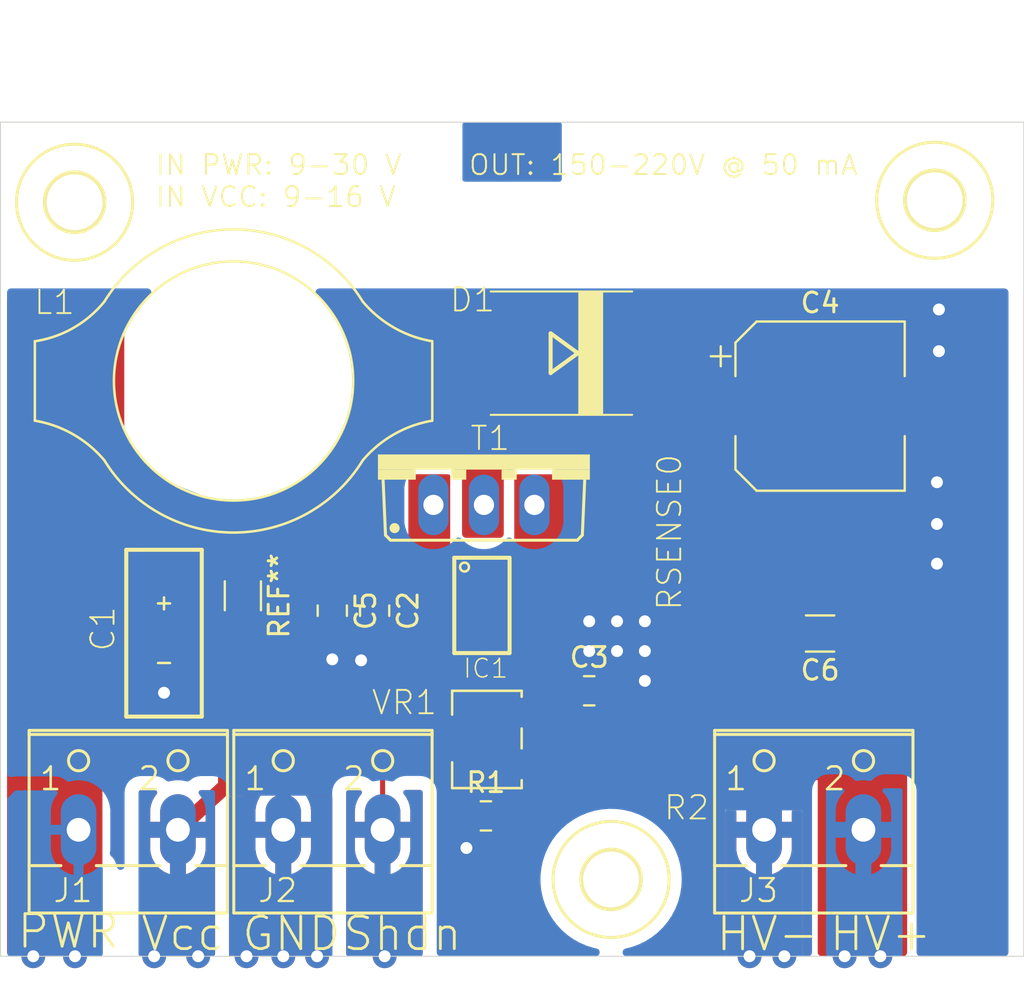
<source format=kicad_pcb>
(kicad_pcb (version 20240108) (generator "pcbnew") (generator_version "8.0")
  (layers (0 "F.Cu" signal) (31 "B.Cu" signal) (34 "B.Paste" user) (35 "F.Paste" user) (36 "B.SilkS" user "B.Silkscreen") (37 "F.SilkS" user "F.Silkscreen") (38 "B.Mask" user) (39 "F.Mask" user) (44 "Edge.Cuts" user))
  (net 0 "")
  (net 1 "PWR")
  (net 2 "VCC")
  (net 3 "VOUT")
  (net 4 "N$8")
  (net 5 "EXT")
  (net 6 "SHDN")
  (net 7 "N$15")
  (net 8 "N$17")
  (net 9 "DGND")
  (net 10 "N$3")
  (net 11 "N$2")
  (footprint "SCREW-2-02" (layer "F.Cu") (at 163.6811 119.6336)
    (property "Reference" "J3" (at -3.8462 3.7338 0) (layer "F.SilkS") (effects (font (size 1.1557 1.1557) (thickness 0.1143)) (justify left bottom)))
    (property "Value" "")
    (fp_line (start -4.989 -4.801) (end -4.989 -5.004) (stroke (width 0.1524)) (layer "F.SilkS"))
    (fp_line (start -4.989 -4.801) (end 4.993 -4.801) (stroke (width 0.1524)) (layer "F.SilkS"))
    (fp_line (start -4.989 1.803) (end -4.989 -4.801) (stroke (width 0.1524)) (layer "F.SilkS"))
    (fp_line (start -4.989 1.803) (end -3.389 1.803) (stroke (width 0.1524)) (layer "F.SilkS"))
    (fp_line (start -4.989 4.191) (end -4.989 1.803) (stroke (width 0.1524)) (layer "F.SilkS"))
    (fp_line (start -4.989 4.191) (end 4.993 4.191) (stroke (width 0.1524)) (layer "F.SilkS"))
    (fp_line (start -1.611 1.803) (end 1.615 1.803) (stroke (width 0.1524)) (layer "F.SilkS"))
    (fp_line (start 3.393 1.803) (end 4.993 1.803) (stroke (width 0.1524)) (layer "F.SilkS"))
    (fp_line (start 4.993 -5.004) (end -4.989 -5.004) (stroke (width 0.1524)) (layer "F.SilkS"))
    (fp_line (start 4.993 -5.004) (end 4.993 -4.801) (stroke (width 0.1524)) (layer "F.SilkS"))
    (fp_line (start 4.993 -4.801) (end 4.993 1.803) (stroke (width 0.1524)) (layer "F.SilkS"))
    (fp_line (start 4.993 1.803) (end 4.993 4.191) (stroke (width 0.1524)) (layer "F.SilkS"))
    (fp_circle (center -2.5 -3.4798) (end -1.992 -3.4798) (stroke (width 0.1524)) (fill none) (layer "F.SilkS"))
    (fp_circle (center 2.5038 -3.4798) (end 3.0118 -3.4798) (stroke (width 0.1524)) (fill none) (layer "F.SilkS"))
    (fp_text user "1" (at -4.532 -1.905 0) (layer "F.SilkS") (effects (font (size 1.143 1.143) (thickness 0.127)) (justify left bottom)))
    (fp_text user "2" (at 0.421 -1.905 0) (layer "F.SilkS") (effects (font (size 1.143 1.143) (thickness 0.127)) (justify left bottom)))
    (pad "1" thru_hole oval (at -2.5 0 90) (size 3.5814 1.7907) (drill 1.1938) (layers "*.Cu" "*.Mask") (net 9 "DGND"))
    (pad "2" thru_hole oval (at 2.5 0 90) (size 3.5814 1.7907) (drill 1.1938) (layers "*.Cu" "*.Mask") (net 3 "VOUT"))
  )
  (footprint "C-EIA-7343" (layer "F.Cu") (at 130.9811 109.7336 -90)
    (property "Reference" "C1" (at 0.994 2.392 90) (layer "F.SilkS") (effects (font (size 1.176528 1.176528) (thickness 0.093472)) (justify left bottom)))
    (property "Value" "100uF,35V")
    (fp_line (start -4.2 1.9) (end 4.2 1.9) (stroke (width 0.2032)) (layer "F.SilkS"))
    (fp_line (start 1.5 0.3) (end 1.5 -0.3) (stroke (width 0.127)) (layer "F.SilkS"))
    (fp_line (start -1.8 0) (end -1.2 0) (stroke (width 0.127)) (layer "F.SilkS"))
    (fp_line (start -1.5 -0.3) (end -1.5 0.3) (stroke (width 0.127)) (layer "F.SilkS"))
    (fp_line (start -4.2 -1.9) (end -4.2 1.9) (stroke (width 0.2032)) (layer "F.SilkS"))
    (fp_line (start -4.2 -1.9) (end 4.2 -1.9) (stroke (width 0.2032)) (layer "F.SilkS"))
    (fp_line (start 4.2 -1.9) (end 4.2 1.9) (stroke (width 0.2032)) (layer "F.SilkS"))
    (pad "+" smd rect (at -3 0 270) (size 2 3) (layers "F.Cu" "F.Paste" "F.Mask") (net 1 "PWR"))
    (pad "-" smd rect (at 3 0 270) (size 2 3) (layers "F.Cu" "F.Paste" "F.Mask") (net 9 "DGND"))
  )
  (footprint "SMC" (layer "F.Cu") (at 150.9811 95.6336 180)
    (property "Reference" "D1" (at 5.685 2.001 0) (layer "F.SilkS") (effects (font (size 1.176528 1.176528) (thickness 0.093472)) (justify left bottom)))
    (property "Value" "ES2F")
    (fp_line (start 0.543 1) (end 0.543 -1) (stroke (width 0.2032)) (layer "F.SilkS"))
    (fp_line (start 0.543 -1) (end -0.83 0) (stroke (width 0.2032)) (layer "F.SilkS"))
    (fp_line (start -0.83 0) (end 0.543 1) (stroke (width 0.2032)) (layer "F.SilkS"))
    (fp_line (start -3.5606 3.105) (end 3.5606 3.105) (stroke (width 0.1016)) (layer "F.SilkS"))
    (fp_line (start -3.5606 -3.105) (end 3.5606 -3.105) (stroke (width 0.1016)) (layer "F.SilkS"))
    (fp_poly (pts (xy -2.1 3.1) (xy -0.85 3.1) (xy -0.85 -3.1) (xy -2.1 -3.1)) (fill solid) (layer "F.SilkS"))
    (pad "A" smd rect (at 3.7 0 180) (size 2.8 3.8) (layers "F.Cu" "F.Paste" "F.Mask") (net 7 "N$15"))
    (pad "C" smd rect (at -3.7 0 180) (size 2.8 3.8) (layers "F.Cu" "F.Paste" "F.Mask") (net 3 "VOUT"))
  )
  (footprint "L-B82479" (layer "F.Cu") (at 134.4811 97.0336)
    (property "Reference" "L1" (at -10.112 -3.27 0) (layer "F.SilkS") (effects (font (size 1.176528 1.176528) (thickness 0.093472)) (justify left bottom)))
    (property "Value" "100uH")
    (fp_line (start -10 -2) (end -10 2) (stroke (width 0.127)) (layer "F.SilkS"))
    (fp_line (start 10 2) (end 10 -2) (stroke (width 0.127)) (layer "F.SilkS"))
    (fp_arc (start -10 2) (mid -8.071649 2.687886) (end -6.5 3.999999) (stroke (width 0.127)) (layer "F.SilkS"))
    (fp_arc (start -6.5 -4) (mid -8.062399 -2.671698) (end -10 -2) (stroke (width 0.127)) (layer "F.SilkS"))
    (fp_arc (start -6.5 -4) (mid 0 -7.632169) (end 6.5 -4) (stroke (width 0.127)) (layer "F.SilkS"))
    (fp_arc (start 6.5 4) (mid 0 7.632169) (end -6.5 4) (stroke (width 0.127)) (layer "F.SilkS"))
    (fp_arc (start 6.5 4) (mid 8.071647 2.687882) (end 9.999999 2) (stroke (width 0.127)) (layer "F.SilkS"))
    (fp_arc (start 9.999999 -2) (mid 8.071652 -2.68789) (end 6.5 -4) (stroke (width 0.127)) (layer "F.SilkS"))
    (fp_circle (center 0 0) (end 6.0207 0) (stroke (width 0.127)) (fill none) (layer "F.SilkS"))
    (pad "P$1" smd rect (at -8 0) (size 3.5 3) (layers "F.Cu" "F.Paste" "F.Mask") (net 1 "PWR"))
    (pad "P$2" smd rect (at 8 0) (size 3.5 3) (layers "F.Cu" "F.Paste" "F.Mask") (net 7 "N$15"))
  )
  (footprint "Capacitor_SMD:C_1206_3216Metric" (layer "F.Cu") (at 164 109.75 180)
    (property "Reference" "C6" (at 0 -1.85 180) (layer "F.SilkS"))
    (property "Value" "100n,250V")
    (fp_line (start -0.711252 0.91) (end 0.711252 0.91) (stroke (width 0.12)) (layer "F.SilkS"))
    (fp_line (start -0.711252 -0.91) (end 0.711252 -0.91) (stroke (width 0.12)) (layer "F.SilkS"))
    (pad "1" smd roundrect (at -1.475 0 180) (size 1.15 1.8) (layers "F.Cu" "F.Paste" "F.Mask") (roundrect_rratio 0.217391) (net 9 "DGND"))
    (pad "2" smd roundrect (at 1.475 0 180) (size 1.15 1.8) (layers "F.Cu" "F.Paste" "F.Mask") (roundrect_rratio 0.217391) (net 3 "VOUT"))
  )
  (footprint "Capacitor_SMD:C_0805_2012Metric" (layer "F.Cu") (at 139.45 108.6 -90)
    (property "Reference" "C5" (at 0 -1.68 -90) (layer "F.SilkS"))
    (property "Value" "10uF,25V")
    (fp_line (start -0.261252 0.735) (end 0.261252 0.735) (stroke (width 0.12)) (layer "F.SilkS"))
    (fp_line (start -0.261252 -0.735) (end 0.261252 -0.735) (stroke (width 0.12)) (layer "F.SilkS"))
    (pad "1" smd roundrect (at -0.95 0 270) (size 1 1.45) (layers "F.Cu" "F.Paste" "F.Mask") (net 2 "VCC"))
    (pad "2" smd roundrect (at 0.95 0 270) (size 1 1.45) (layers "F.Cu" "F.Paste" "F.Mask") (net 9 "DGND"))
  )
  (footprint "SCREW-2-02" (layer "F.Cu") (at 129.1811 119.6336)
    (property "Reference" "J1" (at -3.8462 3.7338 0) (layer "F.SilkS") (effects (font (size 1.1557 1.1557) (thickness 0.1143)) (justify left bottom)))
    (property "Value" "")
    (fp_line (start -4.989 -4.801) (end -4.989 -5.004) (stroke (width 0.1524)) (layer "F.SilkS"))
    (fp_line (start -4.989 -4.801) (end 4.993 -4.801) (stroke (width 0.1524)) (layer "F.SilkS"))
    (fp_line (start -4.989 1.803) (end -4.989 -4.801) (stroke (width 0.1524)) (layer "F.SilkS"))
    (fp_line (start -4.989 1.803) (end -3.389 1.803) (stroke (width 0.1524)) (layer "F.SilkS"))
    (fp_line (start -4.989 4.191) (end -4.989 1.803) (stroke (width 0.1524)) (layer "F.SilkS"))
    (fp_line (start -4.989 4.191) (end 4.993 4.191) (stroke (width 0.1524)) (layer "F.SilkS"))
    (fp_line (start -1.611 1.803) (end 1.615 1.803) (stroke (width 0.1524)) (layer "F.SilkS"))
    (fp_line (start 3.393 1.803) (end 4.993 1.803) (stroke (width 0.1524)) (layer "F.SilkS"))
    (fp_line (start 4.993 -5.004) (end -4.989 -5.004) (stroke (width 0.1524)) (layer "F.SilkS"))
    (fp_line (start 4.993 -5.004) (end 4.993 -4.801) (stroke (width 0.1524)) (layer "F.SilkS"))
    (fp_line (start 4.993 -4.801) (end 4.993 1.803) (stroke (width 0.1524)) (layer "F.SilkS"))
    (fp_line (start 4.993 1.803) (end 4.993 4.191) (stroke (width 0.1524)) (layer "F.SilkS"))
    (fp_circle (center -2.5 -3.4798) (end -1.992 -3.4798) (stroke (width 0.1524)) (fill none) (layer "F.SilkS"))
    (fp_circle (center 2.5038 -3.4798) (end 3.0118 -3.4798) (stroke (width 0.1524)) (fill none) (layer "F.SilkS"))
    (fp_text user "1" (at -4.532 -1.905 0) (layer "F.SilkS") (effects (font (size 1.143 1.143) (thickness 0.127)) (justify left bottom)))
    (fp_text user "2" (at 0.421 -1.905 0) (layer "F.SilkS") (effects (font (size 1.143 1.143) (thickness 0.127)) (justify left bottom)))
    (pad "1" thru_hole oval (at -2.5 0 90) (size 3.5814 1.7907) (drill 1.1938) (layers "*.Cu" "*.Mask") (net 1 "PWR"))
    (pad "2" thru_hole oval (at 2.5 0 90) (size 3.5814 1.7907) (drill 1.1938) (layers "*.Cu" "*.Mask") (net 2 "VCC"))
  )
  (footprint "SCREW-2-02" (layer "F.Cu") (at 139.4811 119.6336)
    (property "Reference" "J2" (at -3.8462 3.7338 0) (layer "F.SilkS") (effects (font (size 1.1557 1.1557) (thickness 0.1143)) (justify left bottom)))
    (property "Value" "")
    (fp_line (start -4.989 -4.801) (end -4.989 -5.004) (stroke (width 0.1524)) (layer "F.SilkS"))
    (fp_line (start -4.989 -4.801) (end 4.993 -4.801) (stroke (width 0.1524)) (layer "F.SilkS"))
    (fp_line (start -4.989 1.803) (end -4.989 -4.801) (stroke (width 0.1524)) (layer "F.SilkS"))
    (fp_line (start -4.989 1.803) (end -3.389 1.803) (stroke (width 0.1524)) (layer "F.SilkS"))
    (fp_line (start -4.989 4.191) (end -4.989 1.803) (stroke (width 0.1524)) (layer "F.SilkS"))
    (fp_line (start -4.989 4.191) (end 4.993 4.191) (stroke (width 0.1524)) (layer "F.SilkS"))
    (fp_line (start -1.611 1.803) (end 1.615 1.803) (stroke (width 0.1524)) (layer "F.SilkS"))
    (fp_line (start 3.393 1.803) (end 4.993 1.803) (stroke (width 0.1524)) (layer "F.SilkS"))
    (fp_line (start 4.993 -5.004) (end -4.989 -5.004) (stroke (width 0.1524)) (layer "F.SilkS"))
    (fp_line (start 4.993 -5.004) (end 4.993 -4.801) (stroke (width 0.1524)) (layer "F.SilkS"))
    (fp_line (start 4.993 -4.801) (end 4.993 1.803) (stroke (width 0.1524)) (layer "F.SilkS"))
    (fp_line (start 4.993 1.803) (end 4.993 4.191) (stroke (width 0.1524)) (layer "F.SilkS"))
    (fp_circle (center -2.5 -3.4798) (end -1.992 -3.4798) (stroke (width 0.1524)) (fill none) (layer "F.SilkS"))
    (fp_circle (center 2.5038 -3.4798) (end 3.0118 -3.4798) (stroke (width 0.1524)) (fill none) (layer "F.SilkS"))
    (fp_text user "1" (at -4.532 -1.905 0) (layer "F.SilkS") (effects (font (size 1.143 1.143) (thickness 0.127)) (justify left bottom)))
    (fp_text user "2" (at 0.421 -1.905 0) (layer "F.SilkS") (effects (font (size 1.143 1.143) (thickness 0.127)) (justify left bottom)))
    (pad "1" thru_hole oval (at -2.5 0 90) (size 3.5814 1.7907) (drill 1.1938) (layers "*.Cu" "*.Mask") (net 9 "DGND"))
    (pad "2" thru_hole oval (at 2.5 0 90) (size 3.5814 1.7907) (drill 1.1938) (layers "*.Cu" "*.Mask") (net 6 "SHDN"))
  )
  (footprint "2,8" (layer "F.Cu") (at 153.4811 122.1336)
    (property "Reference" "U$4" (hide yes))
    (property "Value" "" (hide yes))
    (fp_circle (center 0 0) (end 1.5 0) (stroke (width 0.2032)) (fill none) (layer "F.SilkS"))
    (fp_circle (center 0 0) (end 2.921 0) (stroke (width 0.1524)) (fill none) (layer "F.SilkS"))
    (pad "" np_thru_hole circle (at 0 0) (size 2.8 2.8) (drill 2.8) (layers "*.Cu" "*.Mask"))
    (zone (net 0) (net_name "") (layer "F.Cu") (connect_pads (clearance 0)) (min_thickness 0.25)
      (keepout (tracks not_allowed) (vias not_allowed) (pads not_allowed) (copperpour not_allowed) (footprints allowed))
      (fill (thermal_gap 0.5) (thermal_bridge_width 0.5))
      (polygon (pts (xy 157.0371 122.1336) (xy 157.016955 121.75562) (xy 156.956746 121.381923) (xy 156.857158 121.016743) (xy 156.719317 120.664217) (xy 156.544786 120.32834) (xy 156.335543 120.012918) (xy 156.093957 119.721523) (xy 155.822766 119.457458) (xy 155.525044 119.223715) (xy 155.204163 119.022942) (xy 154.863759 118.857415) (xy 154.507689 118.729007) (xy 154.139987 118.639175) (xy 153.764819 118.588937) (xy 153.386437 118.57886) (xy 153.009128 118.609061) (xy 152.637166 118.679195) (xy 152.274767 118.78847) (xy 151.926035 118.935646) (xy 151.594923 119.119056) (xy 151.285182 119.336623) (xy 151.000322 119.58588) (xy 150.74357 119.864004) (xy 150.517836 120.167843) (xy 150.325676 120.493955) (xy 150.169269 120.838645) (xy 150.050385 121.198007) (xy 149.970374 121.56797) (xy 149.93014 121.944342) (xy 149.93014 122.322858) (xy 149.970374 122.69923) (xy 150.050385 123.069193) (xy 150.169269 123.428555) (xy 150.325676 123.773245) (xy 150.517836 124.099357) (xy 150.74357 124.403196) (xy 151.000322 124.68132) (xy 151.285182 124.930577) (xy 151.594923 125.148144) (xy 151.926035 125.331554) (xy 152.274767 125.47873) (xy 152.637166 125.588005) (xy 153.009128 125.658139) (xy 153.386437 125.68834) (xy 153.764819 125.678263) (xy 154.139987 125.628025) (xy 154.507689 125.538193) (xy 154.863759 125.409785) (xy 155.204163 125.244258) (xy 155.525044 125.043485) (xy 155.822766 124.809742) (xy 156.093957 124.545677) (xy 156.335543 124.254282) (xy 156.544786 123.93886) (xy 156.719317 123.602983) (xy 156.857158 123.250457) (xy 156.956746 122.885277) (xy 157.016955 122.51158)))
      (polygon (pts (xy 155.0051 122.1336) (xy 154.985365 121.889133) (xy 154.92667 121.650998) (xy 154.830535 121.425362) (xy 154.699451 121.218069) (xy 154.536812 121.034487) (xy 154.346831 120.879373) (xy 154.134427 120.756742) (xy 153.905103 120.66977) (xy 153.664798 120.620712) (xy 153.419735 120.610836) (xy 153.176261 120.640399) (xy 152.940682 120.708635) (xy 152.7191 120.813777) (xy 152.517253 120.953102) (xy 152.34037 121.123001) (xy 152.19303 121.319074) (xy 152.079051 121.536243) (xy 152.001385 121.768883) (xy 151.962042 122.010969) (xy 151.962042 122.256231) (xy 152.001385 122.498317) (xy 152.079051 122.730957) (xy 152.19303 122.948126) (xy 152.34037 123.144199) (xy 152.517253 123.314098) (xy 152.7191 123.453423) (xy 152.940682 123.558565) (xy 153.176261 123.626801) (xy 153.419735 123.656364) (xy 153.664798 123.646488) (xy 153.905103 123.59743) (xy 154.134427 123.510458) (xy 154.346831 123.387827) (xy 154.536812 123.232713) (xy 154.699451 123.049131) (xy 154.830535 122.841838) (xy 154.92667 122.616202) (xy 154.985365 122.378067)))
    )
    (zone (net 0) (net_name "") (layer "B.Cu") (connect_pads (clearance 0)) (min_thickness 0.25)
      (keepout (tracks not_allowed) (vias not_allowed) (pads not_allowed) (copperpour not_allowed) (footprints allowed))
      (fill (thermal_gap 0.5) (thermal_bridge_width 0.5))
      (polygon (pts (xy 157.0371 122.1336) (xy 157.016955 121.75562) (xy 156.956746 121.381923) (xy 156.857158 121.016743) (xy 156.719317 120.664217) (xy 156.544786 120.32834) (xy 156.335543 120.012918) (xy 156.093957 119.721523) (xy 155.822766 119.457458) (xy 155.525044 119.223715) (xy 155.204163 119.022942) (xy 154.863759 118.857415) (xy 154.507689 118.729007) (xy 154.139987 118.639175) (xy 153.764819 118.588937) (xy 153.386437 118.57886) (xy 153.009128 118.609061) (xy 152.637166 118.679195) (xy 152.274767 118.78847) (xy 151.926035 118.935646) (xy 151.594923 119.119056) (xy 151.285182 119.336623) (xy 151.000322 119.58588) (xy 150.74357 119.864004) (xy 150.517836 120.167843) (xy 150.325676 120.493955) (xy 150.169269 120.838645) (xy 150.050385 121.198007) (xy 149.970374 121.56797) (xy 149.93014 121.944342) (xy 149.93014 122.322858) (xy 149.970374 122.69923) (xy 150.050385 123.069193) (xy 150.169269 123.428555) (xy 150.325676 123.773245) (xy 150.517836 124.099357) (xy 150.74357 124.403196) (xy 151.000322 124.68132) (xy 151.285182 124.930577) (xy 151.594923 125.148144) (xy 151.926035 125.331554) (xy 152.274767 125.47873) (xy 152.637166 125.588005) (xy 153.009128 125.658139) (xy 153.386437 125.68834) (xy 153.764819 125.678263) (xy 154.139987 125.628025) (xy 154.507689 125.538193) (xy 154.863759 125.409785) (xy 155.204163 125.244258) (xy 155.525044 125.043485) (xy 155.822766 124.809742) (xy 156.093957 124.545677) (xy 156.335543 124.254282) (xy 156.544786 123.93886) (xy 156.719317 123.602983) (xy 156.857158 123.250457) (xy 156.956746 122.885277) (xy 157.016955 122.51158)))
      (polygon (pts (xy 155.0051 122.1336) (xy 154.985365 121.889133) (xy 154.92667 121.650998) (xy 154.830535 121.425362) (xy 154.699451 121.218069) (xy 154.536812 121.034487) (xy 154.346831 120.879373) (xy 154.134427 120.756742) (xy 153.905103 120.66977) (xy 153.664798 120.620712) (xy 153.419735 120.610836) (xy 153.176261 120.640399) (xy 152.940682 120.708635) (xy 152.7191 120.813777) (xy 152.517253 120.953102) (xy 152.34037 121.123001) (xy 152.19303 121.319074) (xy 152.079051 121.536243) (xy 152.001385 121.768883) (xy 151.962042 122.010969) (xy 151.962042 122.256231) (xy 152.001385 122.498317) (xy 152.079051 122.730957) (xy 152.19303 122.948126) (xy 152.34037 123.144199) (xy 152.517253 123.314098) (xy 152.7191 123.453423) (xy 152.940682 123.558565) (xy 153.176261 123.626801) (xy 153.419735 123.656364) (xy 153.664798 123.646488) (xy 153.905103 123.59743) (xy 154.134427 123.510458) (xy 154.346831 123.387827) (xy 154.536812 123.232713) (xy 154.699451 123.049131) (xy 154.830535 122.841838) (xy 154.92667 122.616202) (xy 154.985365 122.378067)))
    )
  )
  (footprint "TO220BV" (layer "F.Cu") (at 147.0811 100.7336)
    (property "Reference" "T1" (at -0.7566 -0.1237 0) (layer "F.SilkS") (effects (font (size 1.17856 1.17856) (thickness 0.09144)) (justify left bottom)))
    (property "Value" "IRF644PBF")
    (fp_line (start -4.953 4.064) (end -5.08 1.143) (stroke (width 0.1524)) (layer "F.SilkS"))
    (fp_line (start -4.953 4.064) (end -4.699 4.318) (stroke (width 0.1524)) (layer "F.SilkS"))
    (fp_line (start 4.699 4.318) (end -4.699 4.318) (stroke (width 0.1524)) (layer "F.SilkS"))
    (fp_line (start 4.699 4.318) (end 4.953 4.064) (stroke (width 0.1524)) (layer "F.SilkS"))
    (fp_line (start 5.08 1.143) (end 4.953 4.064) (stroke (width 0.1524)) (layer "F.SilkS"))
    (fp_circle (center -4.4958 3.7084) (end -4.3688 3.7084) (stroke (width 0.254)) (fill solid) (layer "F.SilkS"))
    (fp_poly (pts (xy -5.334 0.762) (xy 5.334 0.762) (xy 5.334 0) (xy -5.334 0)) (fill solid) (layer "F.SilkS"))
    (fp_poly (pts (xy -5.334 1.27) (xy -3.429 1.27) (xy -3.429 0.762) (xy -5.334 0.762)) (fill solid) (layer "F.SilkS"))
    (fp_poly (pts (xy -1.651 1.27) (xy -0.889 1.27) (xy -0.889 0.762) (xy -1.651 0.762)) (fill solid) (layer "F.SilkS"))
    (fp_poly (pts (xy 0.889 1.27) (xy 1.651 1.27) (xy 1.651 0.762) (xy 0.889 0.762)) (fill solid) (layer "F.SilkS"))
    (fp_poly (pts (xy 3.429 1.27) (xy 5.334 1.27) (xy 5.334 0.762) (xy 3.429 0.762)) (fill solid) (layer "F.SilkS"))
    (pad "D" thru_hole oval (at 0 2.54 90) (size 3.048 1.524) (drill 1.016) (layers "*.Cu" "*.Mask") (net 7 "N$15"))
    (pad "G" thru_hole oval (at -2.54 2.54 90) (size 3.048 1.524) (drill 1.016) (layers "*.Cu" "*.Mask") (net 5 "EXT"))
    (pad "S" thru_hole oval (at 2.54 2.54 90) (size 3.048 1.524) (drill 1.016) (layers "*.Cu" "*.Mask") (net 11 "N$2"))
  )
  (footprint "Capacitor_SMD:C_0805_2012Metric" (layer "F.Cu") (at 147.1811 118.9336)
    (property "Reference" "R1" (at 0 -1.68 0) (layer "F.SilkS"))
    (property "Value" "10K")
    (fp_line (start -0.261252 -0.735) (end 0.261252 -0.735) (stroke (width 0.12)) (layer "F.SilkS"))
    (fp_line (start -0.261252 0.735) (end 0.261252 0.735) (stroke (width 0.12)) (layer "F.SilkS"))
    (pad "1" smd roundrect (at -0.95 0) (size 1 1.45) (layers "F.Cu" "F.Paste" "F.Mask") (net 9 "DGND"))
    (pad "2" smd roundrect (at 0.95 0) (size 1 1.45) (layers "F.Cu" "F.Paste" "F.Mask") (net 10 "N$3"))
  )
  (footprint "2,8" (layer "F.Cu") (at 126.4811 88.0336)
    (property "Reference" "U$2" (hide yes))
    (property "Value" "" (hide yes))
    (fp_circle (center 0 0) (end 1.5 0) (stroke (width 0.2032)) (fill none) (layer "F.SilkS"))
    (fp_circle (center 0 0) (end 2.921 0) (stroke (width 0.1524)) (fill none) (layer "F.SilkS"))
    (pad "" np_thru_hole circle (at 0 0) (size 2.8 2.8) (drill 2.8) (layers "*.Cu" "*.Mask"))
    (zone (net 0) (net_name "") (layer "F.Cu") (connect_pads (clearance 0)) (min_thickness 0.25)
      (keepout (tracks not_allowed) (vias not_allowed) (pads not_allowed) (copperpour not_allowed) (footprints allowed))
      (fill (thermal_gap 0.5) (thermal_bridge_width 0.5))
      (polygon (pts (xy 130.0371 88.0336) (xy 130.016955 87.65562) (xy 129.956746 87.281923) (xy 129.857158 86.916743) (xy 129.719317 86.564217) (xy 129.544786 86.22834) (xy 129.335543 85.912918) (xy 129.093957 85.621523) (xy 128.822766 85.357458) (xy 128.525044 85.123715) (xy 128.204163 84.922942) (xy 127.863759 84.757415) (xy 127.507689 84.629007) (xy 127.139987 84.539175) (xy 126.764819 84.488937) (xy 126.386437 84.47886) (xy 126.009128 84.509061) (xy 125.637166 84.579195) (xy 125.274767 84.68847) (xy 124.926035 84.835646) (xy 124.594923 85.019056) (xy 124.285182 85.236623) (xy 124.000322 85.48588) (xy 123.74357 85.764004) (xy 123.517836 86.067843) (xy 123.325676 86.393955) (xy 123.169269 86.738645) (xy 123.050385 87.098007) (xy 122.970374 87.46797) (xy 122.93014 87.844342) (xy 122.93014 88.222858) (xy 122.970374 88.59923) (xy 123.050385 88.969193) (xy 123.169269 89.328555) (xy 123.325676 89.673245) (xy 123.517836 89.999357) (xy 123.74357 90.303196) (xy 124.000322 90.58132) (xy 124.285182 90.830577) (xy 124.594923 91.048144) (xy 124.926035 91.231554) (xy 125.274767 91.37873) (xy 125.637166 91.488005) (xy 126.009128 91.558139) (xy 126.386437 91.58834) (xy 126.764819 91.578263) (xy 127.139987 91.528025) (xy 127.507689 91.438193) (xy 127.863759 91.309785) (xy 128.204163 91.144258) (xy 128.525044 90.943485) (xy 128.822766 90.709742) (xy 129.093957 90.445677) (xy 129.335543 90.154282) (xy 129.544786 89.83886) (xy 129.719317 89.502983) (xy 129.857158 89.150457) (xy 129.956746 88.785277) (xy 130.016955 88.41158)))
      (polygon (pts (xy 128.0051 88.0336) (xy 127.985365 87.789133) (xy 127.92667 87.550998) (xy 127.830535 87.325362) (xy 127.699451 87.118069) (xy 127.536812 86.934487) (xy 127.346831 86.779373) (xy 127.134427 86.656742) (xy 126.905103 86.56977) (xy 126.664798 86.520712) (xy 126.419735 86.510836) (xy 126.176261 86.540399) (xy 125.940682 86.608635) (xy 125.7191 86.713777) (xy 125.517253 86.853102) (xy 125.34037 87.023001) (xy 125.19303 87.219074) (xy 125.079051 87.436243) (xy 125.001385 87.668883) (xy 124.962042 87.910969) (xy 124.962042 88.156231) (xy 125.001385 88.398317) (xy 125.079051 88.630957) (xy 125.19303 88.848126) (xy 125.34037 89.044199) (xy 125.517253 89.214098) (xy 125.7191 89.353423) (xy 125.940682 89.458565) (xy 126.176261 89.526801) (xy 126.419735 89.556364) (xy 126.664798 89.546488) (xy 126.905103 89.49743) (xy 127.134427 89.410458) (xy 127.346831 89.287827) (xy 127.536812 89.132713) (xy 127.699451 88.949131) (xy 127.830535 88.741838) (xy 127.92667 88.516202) (xy 127.985365 88.278067)))
    )
    (zone (net 0) (net_name "") (layer "B.Cu") (connect_pads (clearance 0)) (min_thickness 0.25)
      (keepout (tracks not_allowed) (vias not_allowed) (pads not_allowed) (copperpour not_allowed) (footprints allowed))
      (fill (thermal_gap 0.5) (thermal_bridge_width 0.5))
      (polygon (pts (xy 130.0371 88.0336) (xy 130.016955 87.65562) (xy 129.956746 87.281923) (xy 129.857158 86.916743) (xy 129.719317 86.564217) (xy 129.544786 86.22834) (xy 129.335543 85.912918) (xy 129.093957 85.621523) (xy 128.822766 85.357458) (xy 128.525044 85.123715) (xy 128.204163 84.922942) (xy 127.863759 84.757415) (xy 127.507689 84.629007) (xy 127.139987 84.539175) (xy 126.764819 84.488937) (xy 126.386437 84.47886) (xy 126.009128 84.509061) (xy 125.637166 84.579195) (xy 125.274767 84.68847) (xy 124.926035 84.835646) (xy 124.594923 85.019056) (xy 124.285182 85.236623) (xy 124.000322 85.48588) (xy 123.74357 85.764004) (xy 123.517836 86.067843) (xy 123.325676 86.393955) (xy 123.169269 86.738645) (xy 123.050385 87.098007) (xy 122.970374 87.46797) (xy 122.93014 87.844342) (xy 122.93014 88.222858) (xy 122.970374 88.59923) (xy 123.050385 88.969193) (xy 123.169269 89.328555) (xy 123.325676 89.673245) (xy 123.517836 89.999357) (xy 123.74357 90.303196) (xy 124.000322 90.58132) (xy 124.285182 90.830577) (xy 124.594923 91.048144) (xy 124.926035 91.231554) (xy 125.274767 91.37873) (xy 125.637166 91.488005) (xy 126.009128 91.558139) (xy 126.386437 91.58834) (xy 126.764819 91.578263) (xy 127.139987 91.528025) (xy 127.507689 91.438193) (xy 127.863759 91.309785) (xy 128.204163 91.144258) (xy 128.525044 90.943485) (xy 128.822766 90.709742) (xy 129.093957 90.445677) (xy 129.335543 90.154282) (xy 129.544786 89.83886) (xy 129.719317 89.502983) (xy 129.857158 89.150457) (xy 129.956746 88.785277) (xy 130.016955 88.41158)))
      (polygon (pts (xy 128.0051 88.0336) (xy 127.985365 87.789133) (xy 127.92667 87.550998) (xy 127.830535 87.325362) (xy 127.699451 87.118069) (xy 127.536812 86.934487) (xy 127.346831 86.779373) (xy 127.134427 86.656742) (xy 126.905103 86.56977) (xy 126.664798 86.520712) (xy 126.419735 86.510836) (xy 126.176261 86.540399) (xy 125.940682 86.608635) (xy 125.7191 86.713777) (xy 125.517253 86.853102) (xy 125.34037 87.023001) (xy 125.19303 87.219074) (xy 125.079051 87.436243) (xy 125.001385 87.668883) (xy 124.962042 87.910969) (xy 124.962042 88.156231) (xy 125.001385 88.398317) (xy 125.079051 88.630957) (xy 125.19303 88.848126) (xy 125.34037 89.044199) (xy 125.517253 89.214098) (xy 125.7191 89.353423) (xy 125.940682 89.458565) (xy 126.176261 89.526801) (xy 126.419735 89.556364) (xy 126.664798 89.546488) (xy 126.905103 89.49743) (xy 127.134427 89.410458) (xy 127.346831 89.287827) (xy 127.536812 89.132713) (xy 127.699451 88.949131) (xy 127.830535 88.741838) (xy 127.92667 88.516202) (xy 127.985365 88.278067)))
    )
  )
  (footprint "R2010" (layer "F.Cu") (at 154.0811 105.1336 90)
    (property "Reference" "RSENSE0" (at -3.529 3.029 90) (layer "F.SilkS") (effects (font (size 1.176528 1.176528) (thickness 0.093472)) (justify left bottom)))
    (property "Value" "0R050")
    (pad "1" smd rect (at -2.2 0 90) (size 1.8 2.7) (layers "F.Cu" "F.Paste" "F.Mask") (net 9 "DGND"))
    (pad "2" smd rect (at 2.2 0 90) (size 1.8 2.7) (layers "F.Cu" "F.Paste" "F.Mask") (net 11 "N$2"))
  )
  (footprint "Resistor_SMD:R_1206_3216Metric" (layer "F.Cu") (at 134.95 107.85 -90)
    (property "Reference" "REF**" (at 0 -1.82 90) (layer "F.SilkS"))
    (property "Value" "R_1206_3216Metric")
    (fp_line (start -0.727064 0.91) (end 0.727064 0.91) (stroke (width 0.12)) (layer "F.SilkS"))
    (fp_line (start -0.727064 -0.91) (end 0.727064 -0.91) (stroke (width 0.12)) (layer "F.SilkS"))
    (pad "1" smd roundrect (at -1.4625 0 270) (size 1.125 1.75) (layers "F.Cu" "F.Paste" "F.Mask") (roundrect_rratio 0.222222) (net 1 "PWR"))
    (pad "2" smd roundrect (at 1.4625 0 270) (size 1.125 1.75) (layers "F.Cu" "F.Paste" "F.Mask") (roundrect_rratio 0.222222) (net 2 "VCC"))
  )
  (footprint "R2512" (layer "F.Cu") (at 154.3811 115.7336)
    (property "Reference" "R2" (at 1.691 3.477 0) (layer "F.SilkS") (effects (font (size 1.176528 1.176528) (thickness 0.093472)) (justify left bottom)))
    (property "Value" "1M5")
    (pad "1" smd rect (at -2.8 0) (size 1.8 3.2) (layers "F.Cu" "F.Paste" "F.Mask") (net 4 "N$8"))
    (pad "2" smd rect (at 2.8 0) (size 1.8 3.2) (layers "F.Cu" "F.Paste" "F.Mask") (net 3 "VOUT"))
  )
  (footprint "Capacitor_SMD:CP_Elec_8x10" (layer "F.Cu") (at 164 98.3)
    (property "Reference" "C4" (at 0 -5.2 0) (layer "F.SilkS"))
    (property "Value" "4u7,250V")
    (fp_line (start -5.5 -2.51) (end -4.5 -2.51) (stroke (width 0.12)) (layer "F.SilkS"))
    (fp_line (start -5 -3.01) (end -5 -2.01) (stroke (width 0.12)) (layer "F.SilkS"))
    (fp_line (start -4.26 -3.195563) (end -4.26 -1.51) (stroke (width 0.12)) (layer "F.SilkS"))
    (fp_line (start -4.26 -3.195563) (end -3.195563 -4.26) (stroke (width 0.12)) (layer "F.SilkS"))
    (fp_line (start -4.26 3.195563) (end -4.26 1.51) (stroke (width 0.12)) (layer "F.SilkS"))
    (fp_line (start -4.26 3.195563) (end -3.195563 4.26) (stroke (width 0.12)) (layer "F.SilkS"))
    (fp_line (start -3.195563 -4.26) (end 4.26 -4.26) (stroke (width 0.12)) (layer "F.SilkS"))
    (fp_line (start -3.195563 4.26) (end 4.26 4.26) (stroke (width 0.12)) (layer "F.SilkS"))
    (fp_line (start 4.26 -4.26) (end 4.26 -1.51) (stroke (width 0.12)) (layer "F.SilkS"))
    (fp_line (start 4.26 4.26) (end 4.26 1.51) (stroke (width 0.12)) (layer "F.SilkS"))
    (pad "1" smd roundrect (at -3.25 0) (size 3.5 2.5) (layers "F.Cu" "F.Paste" "F.Mask") (roundrect_rratio 0.1) (net 3 "VOUT"))
    (pad "2" smd roundrect (at 3.25 0) (size 3.5 2.5) (layers "F.Cu" "F.Paste" "F.Mask") (roundrect_rratio 0.1) (net 9 "DGND"))
  )
  (footprint "Capacitor_SMD:C_0805_2012Metric" (layer "F.Cu") (at 152.3811 112.6336)
    (property "Reference" "C3" (at 0 -1.68 0) (layer "F.SilkS"))
    (property "Value" "100n")
    (fp_line (start -0.261252 -0.735) (end 0.261252 -0.735) (stroke (width 0.12)) (layer "F.SilkS"))
    (fp_line (start -0.261252 0.735) (end 0.261252 0.735) (stroke (width 0.12)) (layer "F.SilkS"))
    (pad "1" smd roundrect (at -0.95 0) (size 1 1.45) (layers "F.Cu" "F.Paste" "F.Mask") (net 8 "N$17"))
    (pad "2" smd roundrect (at 0.95 0) (size 1 1.45) (layers "F.Cu" "F.Paste" "F.Mask") (net 9 "DGND"))
  )
  (footprint "SO-8" (layer "F.Cu") (at 146.9811 108.3336 -90)
    (property "Reference" "IC1" (at 3.725 1.005 0) (layer "F.SilkS") (effects (font (size 0.941222 0.941222) (thickness 0.074778)) (justify left bottom)))
    (property "Value" "MAX1771ESA")
    (fp_line (start -2.4 1.392) (end -2.4 -1.392) (stroke (width 0.2032)) (layer "F.SilkS"))
    (fp_line (start 2.4 1.392) (end -2.4 1.392) (stroke (width 0.2032)) (layer "F.SilkS"))
    (fp_line (start -2.4 -1.392) (end 2.4 -1.392) (stroke (width 0.2032)) (layer "F.SilkS"))
    (fp_line (start 2.4 -1.392) (end 2.4 1.392) (stroke (width 0.2032)) (layer "F.SilkS"))
    (fp_circle (center -1.93 0.876) (end -1.7064 0.876) (stroke (width 0.127)) (fill none) (layer "F.SilkS"))
    (pad "1" smd rect (at -1.905 2.6 270) (size 0.6 2.2) (layers "F.Cu" "F.Paste" "F.Mask") (net 5 "EXT"))
    (pad "2" smd rect (at -0.635 2.6 270) (size 0.6 2.2) (layers "F.Cu" "F.Paste" "F.Mask") (net 2 "VCC"))
    (pad "3" smd rect (at 0.635 2.6 270) (size 0.6 2.2) (layers "F.Cu" "F.Paste" "F.Mask") (net 4 "N$8"))
    (pad "4" smd rect (at 1.905 2.6 270) (size 0.6 2.2) (layers "F.Cu" "F.Paste" "F.Mask") (net 6 "SHDN"))
    (pad "5" smd rect (at 1.905 -2.6 270) (size 0.6 2.2) (layers "F.Cu" "F.Paste" "F.Mask") (net 8 "N$17"))
    (pad "6" smd rect (at 0.635 -2.6 270) (size 0.6 2.2) (layers "F.Cu" "F.Paste" "F.Mask") (net 9 "DGND"))
    (pad "7" smd rect (at -0.635 -2.6 270) (size 0.6 2.2) (layers "F.Cu" "F.Paste" "F.Mask") (net 9 "DGND"))
    (pad "8" smd rect (at -1.905 -2.6 270) (size 0.6 2.2) (layers "F.Cu" "F.Paste" "F.Mask") (net 11 "N$2"))
  )
  (footprint "BOURNS-3214W" (layer "F.Cu") (at 147.2811 115.0336)
    (property "Reference" "VR1" (at -5.918 -1.12 0) (layer "F.SilkS") (effects (font (size 1.176528 1.176528) (thickness 0.093472)) (justify left bottom)))
    (property "Value" "5K")
    (fp_line (start -1.8 -2.4) (end -1.8 -1.2) (stroke (width 0.127)) (layer "F.SilkS"))
    (fp_line (start -1.8 -2.4) (end 1.7 -2.4) (stroke (width 0.127)) (layer "F.SilkS"))
    (fp_line (start -1.8 2.5) (end -1.8 1.2) (stroke (width 0.127)) (layer "F.SilkS"))
    (fp_line (start 1.7 -2.4) (end 1.7 -2.1) (stroke (width 0.127)) (layer "F.SilkS"))
    (fp_line (start 1.7 -0.5) (end 1.7 0.5) (stroke (width 0.127)) (layer "F.SilkS"))
    (fp_line (start 1.7 2.1) (end 1.7 2.5) (stroke (width 0.127)) (layer "F.SilkS"))
    (fp_line (start 1.7 2.5) (end -1.8 2.5) (stroke (width 0.127)) (layer "F.SilkS"))
    (pad "1" smd rect (at 1.4 1.3) (size 1.8 1.3) (layers "F.Cu" "F.Paste" "F.Mask") (net 10 "N$3"))
    (pad "2" smd rect (at -1.5 0) (size 1.6 2) (layers "F.Cu" "F.Paste" "F.Mask") (net 10 "N$3"))
    (pad "3" smd rect (at 1.4 -1.3) (size 1.8 1.3) (layers "F.Cu" "F.Paste" "F.Mask") (net 4 "N$8"))
  )
  (footprint "2,8" (layer "F.Cu") (at 169.7711 87.9336)
    (property "Reference" "U$3" (hide yes))
    (property "Value" "" (hide yes))
    (fp_circle (center 0 0) (end 1.5 0) (stroke (width 0.2032)) (fill none) (layer "F.SilkS"))
    (fp_circle (center 0 0) (end 2.921 0) (stroke (width 0.1524)) (fill none) (layer "F.SilkS"))
    (pad "" np_thru_hole circle (at 0 0) (size 2.8 2.8) (drill 2.8) (layers "*.Cu" "*.Mask"))
    (zone (net 0) (net_name "") (layer "F.Cu") (connect_pads (clearance 0)) (min_thickness 0.25)
      (keepout (tracks not_allowed) (vias not_allowed) (pads not_allowed) (copperpour not_allowed) (footprints allowed))
      (fill (thermal_gap 0.5) (thermal_bridge_width 0.5))
      (polygon (pts (xy 173.3271 87.9336) (xy 173.306955 87.55562) (xy 173.246746 87.181923) (xy 173.147158 86.816743) (xy 173.009317 86.464217) (xy 172.834786 86.12834) (xy 172.625543 85.812918) (xy 172.383957 85.521523) (xy 172.112766 85.257458) (xy 171.815044 85.023715) (xy 171.494163 84.822942) (xy 171.153759 84.657415) (xy 170.797689 84.529007) (xy 170.429987 84.439175) (xy 170.054819 84.388937) (xy 169.676437 84.37886) (xy 169.299128 84.409061) (xy 168.927166 84.479195) (xy 168.564767 84.58847) (xy 168.216035 84.735646) (xy 167.884923 84.919056) (xy 167.575182 85.136623) (xy 167.290322 85.38588) (xy 167.03357 85.664004) (xy 166.807836 85.967843) (xy 166.615676 86.293955) (xy 166.459269 86.638645) (xy 166.340385 86.998007) (xy 166.260374 87.36797) (xy 166.22014 87.744342) (xy 166.22014 88.122858) (xy 166.260374 88.49923) (xy 166.340385 88.869193) (xy 166.459269 89.228555) (xy 166.615676 89.573245) (xy 166.807836 89.899357) (xy 167.03357 90.203196) (xy 167.290322 90.48132) (xy 167.575182 90.730577) (xy 167.884923 90.948144) (xy 168.216035 91.131554) (xy 168.564767 91.27873) (xy 168.927166 91.388005) (xy 169.299128 91.458139) (xy 169.676437 91.48834) (xy 170.054819 91.478263) (xy 170.429987 91.428025) (xy 170.797689 91.338193) (xy 171.153759 91.209785) (xy 171.494163 91.044258) (xy 171.815044 90.843485) (xy 172.112766 90.609742) (xy 172.383957 90.345677) (xy 172.625543 90.054282) (xy 172.834786 89.73886) (xy 173.009317 89.402983) (xy 173.147158 89.050457) (xy 173.246746 88.685277) (xy 173.306955 88.31158)))
      (polygon (pts (xy 171.2951 87.9336) (xy 171.275365 87.689133) (xy 171.21667 87.450998) (xy 171.120535 87.225362) (xy 170.989451 87.018069) (xy 170.826812 86.834487) (xy 170.636831 86.679373) (xy 170.424427 86.556742) (xy 170.195103 86.46977) (xy 169.954798 86.420712) (xy 169.709735 86.410836) (xy 169.466261 86.440399) (xy 169.230682 86.508635) (xy 169.0091 86.613777) (xy 168.807253 86.753102) (xy 168.63037 86.923001) (xy 168.48303 87.119074) (xy 168.369051 87.336243) (xy 168.291385 87.568883) (xy 168.252042 87.810969) (xy 168.252042 88.056231) (xy 168.291385 88.298317) (xy 168.369051 88.530957) (xy 168.48303 88.748126) (xy 168.63037 88.944199) (xy 168.807253 89.114098) (xy 169.0091 89.253423) (xy 169.230682 89.358565) (xy 169.466261 89.426801) (xy 169.709735 89.456364) (xy 169.954798 89.446488) (xy 170.195103 89.39743) (xy 170.424427 89.310458) (xy 170.636831 89.187827) (xy 170.826812 89.032713) (xy 170.989451 88.849131) (xy 171.120535 88.641838) (xy 171.21667 88.416202) (xy 171.275365 88.178067)))
    )
    (zone (net 0) (net_name "") (layer "B.Cu") (connect_pads (clearance 0)) (min_thickness 0.25)
      (keepout (tracks not_allowed) (vias not_allowed) (pads not_allowed) (copperpour not_allowed) (footprints allowed))
      (fill (thermal_gap 0.5) (thermal_bridge_width 0.5))
      (polygon (pts (xy 173.3271 87.9336) (xy 173.306955 87.55562) (xy 173.246746 87.181923) (xy 173.147158 86.816743) (xy 173.009317 86.464217) (xy 172.834786 86.12834) (xy 172.625543 85.812918) (xy 172.383957 85.521523) (xy 172.112766 85.257458) (xy 171.815044 85.023715) (xy 171.494163 84.822942) (xy 171.153759 84.657415) (xy 170.797689 84.529007) (xy 170.429987 84.439175) (xy 170.054819 84.388937) (xy 169.676437 84.37886) (xy 169.299128 84.409061) (xy 168.927166 84.479195) (xy 168.564767 84.58847) (xy 168.216035 84.735646) (xy 167.884923 84.919056) (xy 167.575182 85.136623) (xy 167.290322 85.38588) (xy 167.03357 85.664004) (xy 166.807836 85.967843) (xy 166.615676 86.293955) (xy 166.459269 86.638645) (xy 166.340385 86.998007) (xy 166.260374 87.36797) (xy 166.22014 87.744342) (xy 166.22014 88.122858) (xy 166.260374 88.49923) (xy 166.340385 88.869193) (xy 166.459269 89.228555) (xy 166.615676 89.573245) (xy 166.807836 89.899357) (xy 167.03357 90.203196) (xy 167.290322 90.48132) (xy 167.575182 90.730577) (xy 167.884923 90.948144) (xy 168.216035 91.131554) (xy 168.564767 91.27873) (xy 168.927166 91.388005) (xy 169.299128 91.458139) (xy 169.676437 91.48834) (xy 170.054819 91.478263) (xy 170.429987 91.428025) (xy 170.797689 91.338193) (xy 171.153759 91.209785) (xy 171.494163 91.044258) (xy 171.815044 90.843485) (xy 172.112766 90.609742) (xy 172.383957 90.345677) (xy 172.625543 90.054282) (xy 172.834786 89.73886) (xy 173.009317 89.402983) (xy 173.147158 89.050457) (xy 173.246746 88.685277) (xy 173.306955 88.31158)))
      (polygon (pts (xy 171.2951 87.9336) (xy 171.275365 87.689133) (xy 171.21667 87.450998) (xy 171.120535 87.225362) (xy 170.989451 87.018069) (xy 170.826812 86.834487) (xy 170.636831 86.679373) (xy 170.424427 86.556742) (xy 170.195103 86.46977) (xy 169.954798 86.420712) (xy 169.709735 86.410836) (xy 169.466261 86.440399) (xy 169.230682 86.508635) (xy 169.0091 86.613777) (xy 168.807253 86.753102) (xy 168.63037 86.923001) (xy 168.48303 87.119074) (xy 168.369051 87.336243) (xy 168.291385 87.568883) (xy 168.252042 87.810969) (xy 168.252042 88.056231) (xy 168.291385 88.298317) (xy 168.369051 88.530957) (xy 168.48303 88.748126) (xy 168.63037 88.944199) (xy 168.807253 89.114098) (xy 169.0091 89.253423) (xy 169.230682 89.358565) (xy 169.466261 89.426801) (xy 169.709735 89.456364) (xy 169.954798 89.446488) (xy 170.195103 89.39743) (xy 170.424427 89.310458) (xy 170.636831 89.187827) (xy 170.826812 89.032713) (xy 170.989451 88.849131) (xy 171.120535 88.641838) (xy 171.21667 88.416202) (xy 171.275365 88.178067)))
    )
  )
  (footprint "Capacitor_SMD:C_0805_2012Metric" (layer "F.Cu") (at 141.5811 108.6 -90)
    (property "Reference" "C2" (at 0 -1.68 -90) (layer "F.SilkS"))
    (property "Value" "100n")
    (fp_line (start -0.261252 0.735) (end 0.261252 0.735) (stroke (width 0.12)) (layer "F.SilkS"))
    (fp_line (start -0.261252 -0.735) (end 0.261252 -0.735) (stroke (width 0.12)) (layer "F.SilkS"))
    (pad "1" smd roundrect (at -0.95 0 270) (size 1 1.45) (layers "F.Cu" "F.Paste" "F.Mask") (net 2 "VCC"))
    (pad "2" smd roundrect (at 0.95 0 270) (size 1 1.45) (layers "F.Cu" "F.Paste" "F.Mask") (net 9 "DGND"))
  )
  (gr_line (start 174.2511 84.0036) (end 122.7511 84.0036) (stroke (width 0.05)) (layer "Edge.Cuts"))
  (gr_line (start 174.2511 126.0036) (end 174.2511 84.0036) (stroke (width 0.05)) (layer "Edge.Cuts"))
  (gr_line (start 122.7511 126.0036) (end 174.2511 126.0036) (stroke (width 0.05)) (layer "Edge.Cuts"))
  (gr_line (start 122.7511 84.0036) (end 122.7511 126.0036) (stroke (width 0.05)) (layer "Edge.Cuts"))
  (gr_text "IN PWR: 9-30 V	OUT: 150-220V @ 50 mA\nIN VCC: 9-16 V" (at 130.5 88.35 0) (layer "F.SilkS") (effects (font (size 1 1) (thickness 0.1)) (justify left bottom)))
  (gr_text "Shdn" (at 139.8871 125.8236 0) (layer "F.SilkS") (effects (font (size 1.63576 1.63576) (thickness 0.14224)) (justify left bottom)))
  (gr_text "HV-" (at 158.6811 125.8336 0) (layer "F.SilkS") (effects (font (size 1.63576 1.63576) (thickness 0.14224)) (justify left bottom)))
  (gr_text "Vcc" (at 129.7271 125.8236 0) (layer "F.SilkS") (effects (font (size 1.63576 1.63576) (thickness 0.14224)) (justify left bottom)))
  (gr_text "HV+" (at 164.3811 125.8336 0) (layer "F.SilkS") (effects (font (size 1.63576 1.63576) (thickness 0.14224)) (justify left bottom)))
  (gr_text "PWR" (at 123.5 125.7 0) (layer "F.SilkS") (effects (font (size 1.63576 1.63576) (thickness 0.14224)) (justify left bottom)))
  (gr_text "GND" (at 134.8071 125.8236 0) (layer "F.SilkS") (effects (font (size 1.63576 1.63576) (thickness 0.14224)) (justify left bottom)))
  (segment (start 134.95 106.3875) (end 131.3272 106.3875) (width 0.6) (layer "F.Cu") (net 1))
  (segment (start 131.3272 106.3875) (end 130.9811 106.7336) (width 0.6) (layer "F.Cu") (net 1))
  (via (at 124.4 126) (size 1.2) (drill 0.6) (layers "F.Cu" "B.Cu") (net 1))
  (via (at 126.5 126) (size 1.2) (drill 0.6) (layers "F.Cu" "B.Cu") (net 1))
  (segment (start 126.6811 119.6336) (end 126.6811 118.3689) (width 0.6) (layer "B.Cu") (net 1))
  (segment (start 134.0811 110.3) (end 136.7311 107.65) (width 0.762) (layer "F.Cu") (net 2))
  (segment (start 134.0811 116.15) (end 134.0811 110.3) (width 0.762) (layer "F.Cu") (net 2))
  (segment (start 141.5811 107.65) (end 139.45 107.65) (width 0.6) (layer "F.Cu") (net 2))
  (segment (start 134.0811 117.4336) (end 134.0811 116.15) (width 0.762) (layer "F.Cu") (net 2))
  (segment (start 131.6811 119.6336) (end 134.0811 117.4336) (width 0.762) (layer "F.Cu") (net 2))
  (segment (start 136.7311 107.65) (end 139.45 107.65) (width 0.762) (layer "F.Cu") (net 2))
  (segment (start 141.6311 107.7) (end 144.3797 107.7) (width 0.6) (layer "F.Cu") (net 2))
  (segment (start 144.3797 107.7) (end 144.3811 107.6986) (width 0.6) (layer "F.Cu") (net 2))
  (segment (start 141.5811 107.65) (end 141.6311 107.7) (width 0.6) (layer "F.Cu") (net 2))
  (via (at 132.7 126) (size 1.2) (drill 0.6) (layers "F.Cu" "B.Cu") (net 2))
  (via (at 130.484315 126) (size 1.2) (drill 0.6) (layers "F.Cu" "B.Cu") (net 2))
  (via (at 167.034315 126) (size 1.2) (drill 0.6) (layers "F.Cu" "B.Cu") (net 3))
  (via (at 165.234315 126) (size 1.2) (drill 0.6) (layers "F.Cu" "B.Cu") (net 3))
  (segment (start 146.3161 108.9686) (end 144.3811 108.9686) (width 0.254) (layer "F.Cu") (net 4))
  (segment (start 148.6811 113.4336) (end 148.6811 113.7336) (width 0.254) (layer "F.Cu") (net 4))
  (segment (start 150.7811 114.3336) (end 151.5811 115.7336) (width 0.254) (layer "F.Cu") (net 4))
  (segment (start 147.5811 113.4336) (end 146.9811 112.8336) (width 0.254) (layer "F.Cu") (net 4))
  (segment (start 148.6811 113.7336) (end 149.4811 114.3336) (width 0.254) (layer "F.Cu") (net 4))
  (segment (start 149.4811 114.3336) (end 150.7811 114.3336) (width 0.254) (layer "F.Cu") (net 4))
  (segment (start 146.9811 112.8336) (end 146.9811 109.6336) (width 0.254) (layer "F.Cu") (net 4))
  (segment (start 147.5811 113.4336) (end 148.6811 113.4336) (width 0.254) (layer "F.Cu") (net 4))
  (segment (start 146.9811 109.6336) (end 146.3161 108.9686) (width 0.254) (layer "F.Cu") (net 4))
  (segment (start 141.9811 111.4953) (end 143.1811 110.2953) (width 0.254) (layer "F.Cu") (net 6))
  (segment (start 141.9811 119.6336) (end 141.9811 111.4953) (width 0.254) (layer "F.Cu") (net 6))
  (segment (start 143.1811 110.2953) (end 144.3811 110.2386) (width 0.254) (layer "F.Cu") (net 6))
  (via (at 142.084315 126) (size 1.2) (drill 0.6) (layers "F.Cu" "B.Cu") (net 6))
  (segment (start 149.5811 111.6386) (end 149.5811 110.2386) (width 0.254) (layer "F.Cu") (net 8))
  (segment (start 150.2811 112.6336) (end 151.4311 112.6336) (width 0.254) (layer "F.Cu") (net 8))
  (segment (start 149.9811 112.2336) (end 150.2811 112.6336) (width 0.254) (layer "F.Cu") (net 8))
  (segment (start 149.5811 111.6386) (end 149.9811 112.2336) (width 0.254) (layer "F.Cu") (net 8))
  (segment (start 140.9 111.1) (end 141.55 110.45) (width 0.6) (layer "F.Cu") (net 9))
  (segment (start 146.2 120.55) (end 146.2 118.9647) (width 0.6) (layer "F.Cu") (net 9))
  (segment (start 139.45 111.05) (end 139.45 109.55) (width 0.6) (layer "F.Cu") (net 9))
  (segment (start 141.55 110.45) (end 141.55 109.5811) (width 0.6) (layer "F.Cu") (net 9))
  (segment (start 146.2 118.9647) (end 146.2311 118.9336) (width 0.6) (layer "F.Cu") (net 9))
  (segment (start 141.55 109.5811) (end 141.5811 109.55) (width 0.6) (layer "F.Cu") (net 9))
  (via (at 153.7811 110.6336) (size 1.0064) (drill 0.6) (layers "F.Cu" "B.Cu") (net 9))
  (via (at 139.45 111.05) (size 1) (drill 0.6) (layers "F.Cu" "B.Cu") (net 9))
  (via (at 152.3811 109.1336) (size 1.0064) (drill 0.6) (layers "F.Cu" "B.Cu") (net 9))
  (via (at 146.2 120.55) (size 1.016) (drill 0.6) (layers "F.Cu" "B.Cu") (net 9))
  (via (at 153.7811 109.1336) (size 1.0064) (drill 0.6) (layers "F.Cu" "B.Cu") (net 9))
  (via (at 138.684315 126) (size 1.2) (drill 0.6) (layers "F.Cu" "B.Cu") (net 9))
  (via (at 169.9811 93.4336) (size 1.0064) (drill 0.6) (layers "F.Cu" "B.Cu") (net 9))
  (via (at 160.45 126) (size 1.2) (drill 0.6) (layers "F.Cu" "B.Cu") (net 9))
  (via (at 140.9 111.1) (size 1) (drill 0.6) (layers "F.Cu" "B.Cu") (net 9))
  (via (at 169.8811 102.1336) (size 1.0064) (drill 0.6) (layers "F.Cu" "B.Cu") (net 9))
  (via (at 155.1811 112.1336) (size 1.0064) (drill 0.6) (layers "F.Cu" "B.Cu") (net 9))
  (via (at 169.8811 106.2336) (size 1.0064) (drill 0.6) (layers "F.Cu" "B.Cu") (net 9))
  (via (at 155.1811 109.1336) (size 1.0064) (drill 0.6) (layers "F.Cu" "B.Cu") (net 9))
  (via (at 169.8811 104.2336) (size 1.0064) (drill 0.6) (layers "F.Cu" "B.Cu") (net 9))
  (via (at 152.3811 110.6336) (size 1.0064) (drill 0.6) (layers "F.Cu" "B.Cu") (net 9))
  (via (at 130.9811 112.7336) (size 1.016) (drill 0.6) (layers "F.Cu" "B.Cu") (net 9))
  (via (at 135.134315 126) (size 1.2) (drill 0.6) (layers "F.Cu" "B.Cu") (net 9))
  (via (at 162.2 126) (size 1.2) (drill 0.6) (layers "F.Cu" "B.Cu") (net 9))
  (via (at 169.9811 95.5336) (size 1.0064) (drill 0.6) (layers "F.Cu" "B.Cu") (net 9))
  (via (at 136.984315 126) (size 1.2) (drill 0.6) (layers "F.Cu" "B.Cu") (net 9))
  (via (at 155.1811 110.6336) (size 1.0064) (drill 0.6) (layers "F.Cu" "B.Cu") (net 9))
  (segment (start 148.6811 115.0336) (end 145.7811 115.0336) (width 0.254) (layer "F.Cu") (net 10))
  (segment (start 148.6811 117.5336) (end 148.6811 116.3336) (width 0.254) (layer "F.Cu") (net 10))
  (segment (start 148.6811 116.3336) (end 148.6811 115.0336) (width 0.254) (layer "F.Cu") (net 10))
  (segment (start 148.1311 118.9336) (end 148.1311 117.5336) (width 0.254) (layer "F.Cu") (net 10))
  (segment (start 148.1311 117.5336) (end 148.6811 117.5336) (width 0.254) (layer "F.Cu") (net 10))
  (zone (net 11) (net_name "N$2") (layer "F.Cu") (priority 6) (connect_pads yes (clearance 0.000001)) (min_thickness 0.4) (fill yes (thermal_gap 0.5) (thermal_bridge_width 0.5))
    (polygon (pts (xy 155.9811 105.2336) (xy 150.9811 105.2336) (xy 150.9811 106.7336) (xy 148.6081 106.7336) (xy 148.6081 101.7336) (xy 155.9811 101.7336)))
  )
  (zone (net 3) (net_name "VOUT") (layer "F.Cu") (priority 4) (connect_pads yes (clearance 0.01)) (min_thickness 0.4) (fill yes (thermal_gap 0.5) (thermal_bridge_width 0.5))
    (polygon (pts (xy 162.5811 113.5336) (xy 168.3811 113.5336) (xy 168.3811 126.0836) (xy 163.8811 126.0836) (xy 163.8811 117.1336) (xy 156.6811 117.1336) (xy 156.6811 98.7336) (xy 152.6811 98.7336) (xy 152.6811 92.4336) (xy 162.5811 92.4336)))
  )
  (zone (net 5) (net_name "EXT") (layer "F.Cu") (priority 6) (connect_pads yes (clearance 0.000001)) (min_thickness 0.2032) (fill yes (thermal_gap 0.5) (thermal_bridge_width 0.5))
    (polygon (pts (xy 145.3843 106.7368) (xy 143.2779 106.7368) (xy 143.2779 101.7304) (xy 145.3843 101.7304)))
  )
  (zone (net 7) (net_name "N$15") (layer "F.Cu") (priority 4) (connect_pads yes (clearance 0.000001)) (min_thickness 0.4) (fill yes (thermal_gap 0.5) (thermal_bridge_width 0.5))
    (polygon (pts (xy 149.1811 101.0336) (xy 148.0811 101.0336) (xy 148.0811 104.9336) (xy 145.9811 104.9336) (xy 145.9811 101.0336) (xy 141.5811 101.0336) (xy 141.5811 98.5336) (xy 140.5811 98.5336) (xy 140.5811 95.1336) (xy 141.5811 95.1336) (xy 141.5811 92.4336) (xy 149.1811 92.4336)))
  )
  (zone (net 9) (net_name "DGND") (layer "F.Cu") (priority 6) (connect_pads yes (clearance 0.000001)) (min_thickness 0.4) (fill yes (thermal_gap 0.5) (thermal_bridge_width 0.5))
    (polygon (pts (xy 155.9811 113.5336) (xy 152.6811 113.5336) (xy 152.6811 111.3336) (xy 151.5811 111.3336) (xy 151.5811 109.2336) (xy 149.5811 109.2336) (xy 149.5811 107.4336) (xy 151.6811 107.4336) (xy 151.6811 106.1336) (xy 155.9811 106.1336)))
  )
  (zone (net 9) (net_name "DGND") (layer "F.Cu") (priority 4) (connect_pads yes (clearance 0.000001)) (min_thickness 0.4) (fill yes (thermal_gap 0.5) (thermal_bridge_width 0.5))
    (polygon (pts (xy 173.378978 112.0336) (xy 165.4811 112.0336) (xy 165.4811 92.4336) (xy 173.483233 92.4336)))
  )
  (zone (net 1) (net_name "PWR") (layer "F.Cu") (priority 4) (connect_pads yes (clearance 0.01)) (min_thickness 0.4) (fill yes (thermal_gap 0.5) (thermal_bridge_width 0.5))
    (polygon (pts (xy 128.9811 105) (xy 133.2811 105) (xy 133.2811 109.2) (xy 127.8811 109.2) (xy 127.8811 126) (xy 123.0811 126) (xy 123.0811 92.8) (xy 128.9811 92.8)))
  )
  (zone (net 2) (net_name "VCC") (layers "F&B.Cu") (priority 3) (connect_pads (clearance 0)) (min_thickness 0.25) (fill yes (thermal_gap 0.5) (thermal_bridge_width 0.8))
    (polygon (pts (xy 129.700347 127.478643) (xy 129.700347 117.58333) (xy 129.650347 117.63333) (xy 133.550347 117.63333) (xy 133.550347 127.438538)))
  )
  (zone (net 9) (net_name "DGND") (layers "F&B.Cu") (priority 3) (connect_pads (clearance 0)) (min_thickness 0.25) (fill yes (thermal_gap 0.5) (thermal_bridge_width 0.8))
    (polygon (pts (xy 134.250174 127.771354) (xy 134.250174 117.95) (xy 135.100174 117.916665) (xy 139.450174 117.916665) (xy 139.450174 127.717185)))
  )
  (zone (net 6) (net_name "SHDN") (layers "F&B.Cu") (priority 3) (connect_pads (clearance 0)) (min_thickness 0.25) (fill yes (thermal_gap 0.5) (thermal_bridge_width 0.8))
    (polygon (pts (xy 140.150293 127.473435) (xy 140.150293 117.578122) (xy 140.100293 117.628122) (xy 144.000293 117.628122) (xy 144.000293 127.43333)))
  )
  (zone (net 9) (net_name "DGND") (layers "F&B.Cu") (priority 3) (connect_pads (clearance 0.6)) (min_thickness 0.25) (fill yes (thermal_gap 0.5) (thermal_bridge_width 0.8))
    (polygon (pts (xy 159.25 128.5) (xy 159.25 118.604687) (xy 159.2 118.654687) (xy 163.1 118.654687) (xy 163.1 128.459895)))
  )
  (zone (net 3) (net_name "VOUT") (layer "B.Cu") (priority 3) (connect_pads (clearance 0.6)) (min_thickness 0.25) (fill yes (thermal_gap 0.5) (thermal_bridge_width 0.8))
    (polygon (pts (xy 164.3 127.390105) (xy 164.3 117.494792) (xy 164.25 117.544792) (xy 168.15 117.544792) (xy 168.15 127.35)))
  )
  (zone (net 0) (net_name "") (layer "B.Cu") (name "tr") (connect_pads yes (clearance 0)) (min_thickness 0.4)
    (keepout (tracks allowed) (vias allowed) (pads allowed) (copperpour not_allowed) (footprints allowed))
    (fill (thermal_gap 0.5) (thermal_bridge_width 0.5))
    (polygon (pts (xy 130.7 92.3) (xy 138.3 92.35) (xy 138.9 92.95) (xy 139.4 93.55) (xy 139.7 94.05) (xy 140.15 94.9) (xy 140.35 95.65) (xy 140.5 96.45) (xy 140.5 97.35) (xy 140.35 98.3) (xy 140.1 99.25) (xy 139.45 100.5) (xy 138.35 101.65) (xy 137.25 102.4) (xy 135.8 102.9) (xy 134.5 103.1) (xy 133.15 102.9) (xy 131.4 102.2) (xy 130 101.15) (xy 129.25 100.15) (xy 128.7 98.95) (xy 128.45 97.15) (xy 128.6 95.7) (xy 129.1 94.25) (xy 130.25 92.75)))
  )
  (zone (net 1) (net_name "PWR") (layer "B.Cu") (priority 3) (connect_pads (clearance 0)) (min_thickness 0.25) (fill yes (thermal_gap 0.5) (thermal_bridge_width 0.5))
    (polygon (pts (xy 123.1 127.5) (xy 123.1 118.05) (xy 123.5 117.65) (xy 127.9 117.65) (xy 127.9 127.45)))
  )
  (zone (net 9) (net_name "DGND") (layer "B.Cu") (priority 1) (connect_pads (clearance 0.6)) (min_thickness 0.25) (fill yes (thermal_gap 0.5) (thermal_bridge_width 0.5))
    (polygon (pts (xy 146 84) (xy 146 87) (xy 151 87) (xy 151 84)))
  )
  (zone (net 9) (net_name "DGND") (layer "B.Cu") (connect_pads yes (clearance 0.7)) (min_thickness 0.4) (fill yes (thermal_gap 0.5) (thermal_bridge_width 0.5))
    (polygon (pts (xy 173.4811 126.0336) (xy 123.0811 126.0336) (xy 123.0811 92.3736) (xy 173.4811 92.3736)))
  )
)
</source>
